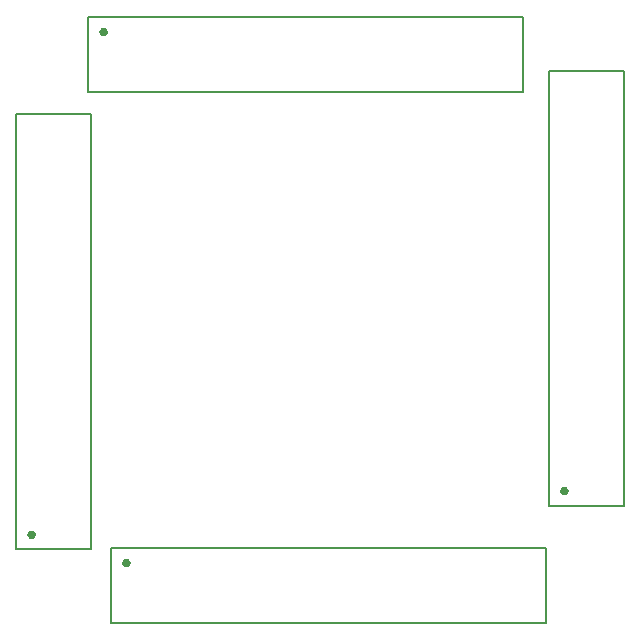
<source format=gbo>
G04*
G04 #@! TF.GenerationSoftware,Altium Limited,Altium Designer,22.7.1 (60)*
G04*
G04 Layer_Color=32896*
%FSLAX25Y25*%
%MOIN*%
G70*
G04*
G04 #@! TF.SameCoordinates,BF298F06-0039-4E40-975A-608DE0A09416*
G04*
G04*
G04 #@! TF.FilePolarity,Positive*
G04*
G01*
G75*
%ADD10C,0.01000*%
%ADD39C,0.00787*%
D10*
X40500Y203500D02*
X40000Y204366D01*
X39000D01*
X38500Y203500D01*
X39000Y202634D01*
X40000D01*
X40500Y203500D01*
X39646D02*
X38908Y203926D01*
Y203074D01*
X39646Y203500D01*
X194000Y50500D02*
X193500Y51366D01*
X192500D01*
X192000Y50500D01*
X192500Y49634D01*
X193500D01*
X194000Y50500D01*
X193492Y50153D02*
X192754Y50580D01*
Y49727D01*
X193492Y50153D01*
X48000Y26500D02*
X47500Y27366D01*
X46500D01*
X46000Y26500D01*
X46500Y25634D01*
X47500D01*
X48000Y26500D01*
X47146D02*
X46407Y26926D01*
Y26074D01*
X47146Y26500D01*
X16500Y36000D02*
X16000Y36866D01*
X15000D01*
X14500Y36000D01*
X15000Y35134D01*
X16000D01*
X16500Y36000D01*
X15992Y35653D02*
X15254Y36080D01*
Y35227D01*
X15992Y35653D01*
D39*
X179500Y183500D02*
Y208500D01*
X34500Y183500D02*
Y208500D01*
Y183500D02*
X179500D01*
X34500Y208500D02*
X179500D01*
X188000Y190500D02*
X213000D01*
X188000Y45500D02*
X213000D01*
Y190500D01*
X188000Y45500D02*
Y190500D01*
X187000Y6500D02*
Y31500D01*
X42000Y6500D02*
Y31500D01*
Y6500D02*
X187000D01*
X42000Y31500D02*
X187000D01*
X10500Y176000D02*
X35500D01*
X10500Y31000D02*
X35500D01*
Y176000D01*
X10500Y31000D02*
Y176000D01*
M02*

</source>
